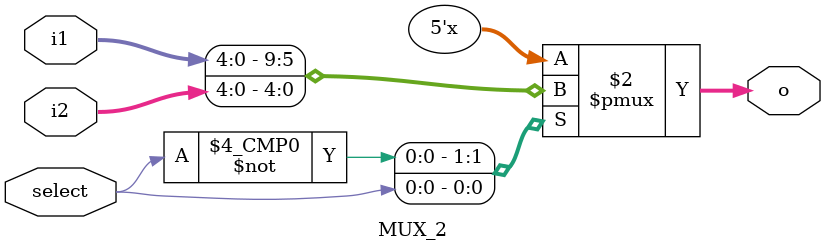
<source format=v>
`timescale 1ns / 1ps
module MUX_2(
    input select,
    input [4:0]i1,
    input [4:0]i2,
    output reg [4:0]o
    );
    always@(*)
        begin
        case(select)
            1'b0:  o <=  i1;
            1'b1:  o <=  i2;
        endcase
        end
endmodule
</source>
